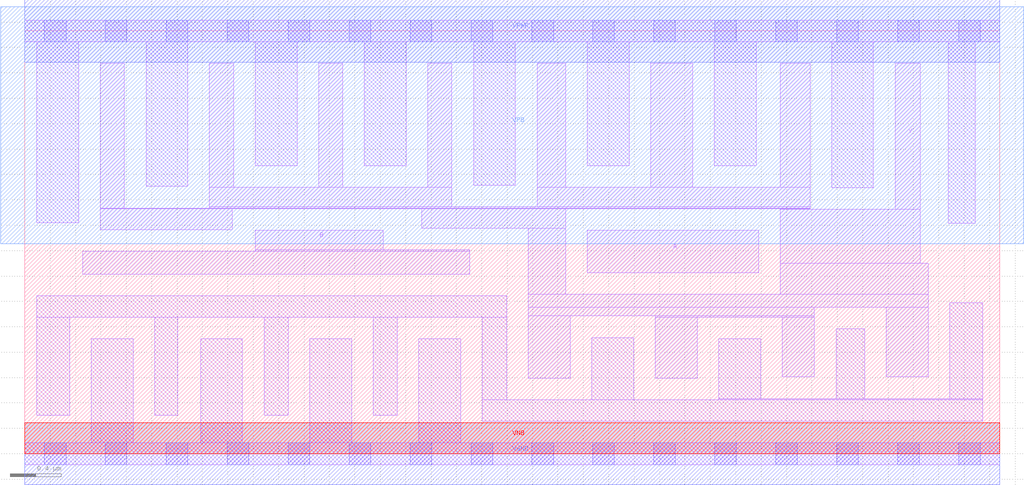
<source format=lef>
# Copyright 2020 The SkyWater PDK Authors
#
# Licensed under the Apache License, Version 2.0 (the "License");
# you may not use this file except in compliance with the License.
# You may obtain a copy of the License at
#
#     https://www.apache.org/licenses/LICENSE-2.0
#
# Unless required by applicable law or agreed to in writing, software
# distributed under the License is distributed on an "AS IS" BASIS,
# WITHOUT WARRANTIES OR CONDITIONS OF ANY KIND, either express or implied.
# See the License for the specific language governing permissions and
# limitations under the License.
#
# SPDX-License-Identifier: Apache-2.0

VERSION 5.7 ;
  NOWIREEXTENSIONATPIN ON ;
  DIVIDERCHAR "/" ;
  BUSBITCHARS "[]" ;
MACRO sky130_fd_sc_lp__nand2_8
  CLASS CORE ;
  FOREIGN sky130_fd_sc_lp__nand2_8 ;
  ORIGIN  0.000000  0.000000 ;
  SIZE  7.680000 BY  3.330000 ;
  SYMMETRY X Y R90 ;
  SITE unit ;
  PIN A
    ANTENNAGATEAREA  2.520000 ;
    DIRECTION INPUT ;
    USE SIGNAL ;
    PORT
      LAYER li1 ;
        RECT 4.430000 1.425000 5.780000 1.760000 ;
    END
  END A
  PIN B
    ANTENNAGATEAREA  2.520000 ;
    DIRECTION INPUT ;
    USE SIGNAL ;
    PORT
      LAYER li1 ;
        RECT 0.455000 1.415000 3.505000 1.595000 ;
        RECT 1.815000 1.595000 3.505000 1.605000 ;
        RECT 1.815000 1.605000 2.825000 1.760000 ;
    END
  END B
  PIN Y
    ANTENNADIFFAREA  3.973200 ;
    DIRECTION OUTPUT ;
    USE SIGNAL ;
    PORT
      LAYER li1 ;
        RECT 0.595000 1.765000 1.635000 1.930000 ;
        RECT 0.595000 1.930000 6.185000 1.935000 ;
        RECT 0.595000 1.935000 0.785000 3.075000 ;
        RECT 1.455000 1.935000 6.185000 1.945000 ;
        RECT 1.455000 1.945000 3.365000 2.100000 ;
        RECT 1.455000 2.100000 1.645000 3.075000 ;
        RECT 2.315000 2.100000 2.505000 3.075000 ;
        RECT 3.125000 1.775000 4.260000 1.930000 ;
        RECT 3.175000 2.100000 3.365000 3.075000 ;
        RECT 3.965000 0.595000 4.295000 1.085000 ;
        RECT 3.965000 1.085000 6.220000 1.155000 ;
        RECT 3.965000 1.155000 7.115000 1.255000 ;
        RECT 3.965000 1.255000 4.260000 1.775000 ;
        RECT 4.035000 1.945000 6.185000 2.100000 ;
        RECT 4.035000 2.100000 4.260000 3.075000 ;
        RECT 4.930000 2.100000 5.260000 3.075000 ;
        RECT 4.965000 0.595000 5.295000 1.075000 ;
        RECT 4.965000 1.075000 6.220000 1.085000 ;
        RECT 5.950000 1.255000 7.115000 1.500000 ;
        RECT 5.950000 1.500000 7.055000 1.925000 ;
        RECT 5.950000 1.925000 6.185000 1.930000 ;
        RECT 5.950000 2.100000 6.185000 3.075000 ;
        RECT 5.965000 0.605000 6.220000 1.075000 ;
        RECT 6.785000 0.605000 7.115000 1.155000 ;
        RECT 6.855000 1.925000 7.055000 3.075000 ;
    END
  END Y
  PIN VGND
    DIRECTION INOUT ;
    USE GROUND ;
    PORT
      LAYER met1 ;
        RECT 0.000000 -0.245000 7.680000 0.245000 ;
    END
  END VGND
  PIN VNB
    DIRECTION INOUT ;
    USE GROUND ;
    PORT
      LAYER pwell ;
        RECT 0.000000 0.000000 7.680000 0.245000 ;
    END
  END VNB
  PIN VPB
    DIRECTION INOUT ;
    USE POWER ;
    PORT
      LAYER nwell ;
        RECT -0.190000 1.655000 7.870000 3.520000 ;
    END
  END VPB
  PIN VPWR
    DIRECTION INOUT ;
    USE POWER ;
    PORT
      LAYER met1 ;
        RECT 0.000000 3.085000 7.680000 3.575000 ;
    END
  END VPWR
  OBS
    LAYER li1 ;
      RECT 0.000000 -0.085000 7.680000 0.085000 ;
      RECT 0.000000  3.245000 7.680000 3.415000 ;
      RECT 0.095000  0.305000 0.355000 1.075000 ;
      RECT 0.095000  1.075000 3.795000 1.245000 ;
      RECT 0.095000  1.820000 0.425000 3.245000 ;
      RECT 0.525000  0.085000 0.855000 0.905000 ;
      RECT 0.955000  2.105000 1.285000 3.245000 ;
      RECT 1.025000  0.305000 1.205000 1.075000 ;
      RECT 1.385000  0.085000 1.715000 0.905000 ;
      RECT 1.815000  2.270000 2.145000 3.245000 ;
      RECT 1.885000  0.305000 2.075000 1.075000 ;
      RECT 2.245000  0.085000 2.575000 0.905000 ;
      RECT 2.675000  2.270000 3.005000 3.245000 ;
      RECT 2.745000  0.305000 2.935000 1.075000 ;
      RECT 3.105000  0.085000 3.435000 0.905000 ;
      RECT 3.535000  2.115000 3.865000 3.245000 ;
      RECT 3.605000  0.255000 7.545000 0.425000 ;
      RECT 3.605000  0.425000 3.795000 1.075000 ;
      RECT 4.430000  2.270000 4.760000 3.245000 ;
      RECT 4.465000  0.425000 4.795000 0.915000 ;
      RECT 5.430000  2.270000 5.760000 3.245000 ;
      RECT 5.465000  0.425000 7.545000 0.435000 ;
      RECT 5.465000  0.435000 5.795000 0.905000 ;
      RECT 6.355000  2.095000 6.685000 3.245000 ;
      RECT 6.390000  0.435000 6.615000 0.985000 ;
      RECT 7.275000  1.815000 7.485000 3.245000 ;
      RECT 7.285000  0.435000 7.545000 1.190000 ;
    LAYER mcon ;
      RECT 0.155000 -0.085000 0.325000 0.085000 ;
      RECT 0.155000  3.245000 0.325000 3.415000 ;
      RECT 0.635000 -0.085000 0.805000 0.085000 ;
      RECT 0.635000  3.245000 0.805000 3.415000 ;
      RECT 1.115000 -0.085000 1.285000 0.085000 ;
      RECT 1.115000  3.245000 1.285000 3.415000 ;
      RECT 1.595000 -0.085000 1.765000 0.085000 ;
      RECT 1.595000  3.245000 1.765000 3.415000 ;
      RECT 2.075000 -0.085000 2.245000 0.085000 ;
      RECT 2.075000  3.245000 2.245000 3.415000 ;
      RECT 2.555000 -0.085000 2.725000 0.085000 ;
      RECT 2.555000  3.245000 2.725000 3.415000 ;
      RECT 3.035000 -0.085000 3.205000 0.085000 ;
      RECT 3.035000  3.245000 3.205000 3.415000 ;
      RECT 3.515000 -0.085000 3.685000 0.085000 ;
      RECT 3.515000  3.245000 3.685000 3.415000 ;
      RECT 3.995000 -0.085000 4.165000 0.085000 ;
      RECT 3.995000  3.245000 4.165000 3.415000 ;
      RECT 4.475000 -0.085000 4.645000 0.085000 ;
      RECT 4.475000  3.245000 4.645000 3.415000 ;
      RECT 4.955000 -0.085000 5.125000 0.085000 ;
      RECT 4.955000  3.245000 5.125000 3.415000 ;
      RECT 5.435000 -0.085000 5.605000 0.085000 ;
      RECT 5.435000  3.245000 5.605000 3.415000 ;
      RECT 5.915000 -0.085000 6.085000 0.085000 ;
      RECT 5.915000  3.245000 6.085000 3.415000 ;
      RECT 6.395000 -0.085000 6.565000 0.085000 ;
      RECT 6.395000  3.245000 6.565000 3.415000 ;
      RECT 6.875000 -0.085000 7.045000 0.085000 ;
      RECT 6.875000  3.245000 7.045000 3.415000 ;
      RECT 7.355000 -0.085000 7.525000 0.085000 ;
      RECT 7.355000  3.245000 7.525000 3.415000 ;
  END
END sky130_fd_sc_lp__nand2_8
END LIBRARY

</source>
